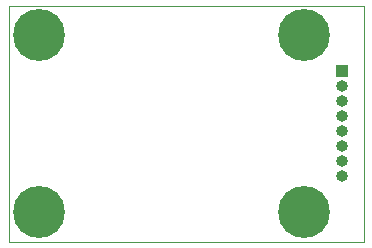
<source format=gbr>
%TF.GenerationSoftware,KiCad,Pcbnew,8.0.2*%
%TF.CreationDate,2025-01-22T12:11:11+05:30*%
%TF.ProjectId,pogo_adapter,706f676f-5f61-4646-9170-7465722e6b69,rev?*%
%TF.SameCoordinates,Original*%
%TF.FileFunction,Soldermask,Bot*%
%TF.FilePolarity,Negative*%
%FSLAX46Y46*%
G04 Gerber Fmt 4.6, Leading zero omitted, Abs format (unit mm)*
G04 Created by KiCad (PCBNEW 8.0.2) date 2025-01-22 12:11:11*
%MOMM*%
%LPD*%
G01*
G04 APERTURE LIST*
%ADD10C,4.400000*%
%ADD11R,1.000000X1.000000*%
%ADD12O,1.000000X1.000000*%
%TA.AperFunction,Profile*%
%ADD13C,0.050000*%
%TD*%
G04 APERTURE END LIST*
D10*
%TO.C,M3*%
X82500000Y-87500000D03*
%TD*%
%TO.C,M4*%
X105000000Y-87500000D03*
%TD*%
%TO.C,M2*%
X105000000Y-72500000D03*
%TD*%
%TO.C,M1*%
X82500000Y-72500000D03*
%TD*%
D11*
%TO.C,J2*%
X108200000Y-75550000D03*
D12*
X108200000Y-76820000D03*
X108200000Y-78090000D03*
X108200000Y-79360000D03*
X108200000Y-80630000D03*
X108200000Y-81900000D03*
X108200000Y-83170000D03*
X108200000Y-84440000D03*
%TD*%
D13*
X80000000Y-70000000D02*
X110000000Y-70000000D01*
X80000000Y-90000000D02*
X80000000Y-70000000D01*
X110000000Y-90000000D02*
X80000000Y-90000000D01*
X110000000Y-70000000D02*
X110000000Y-90000000D01*
M02*

</source>
